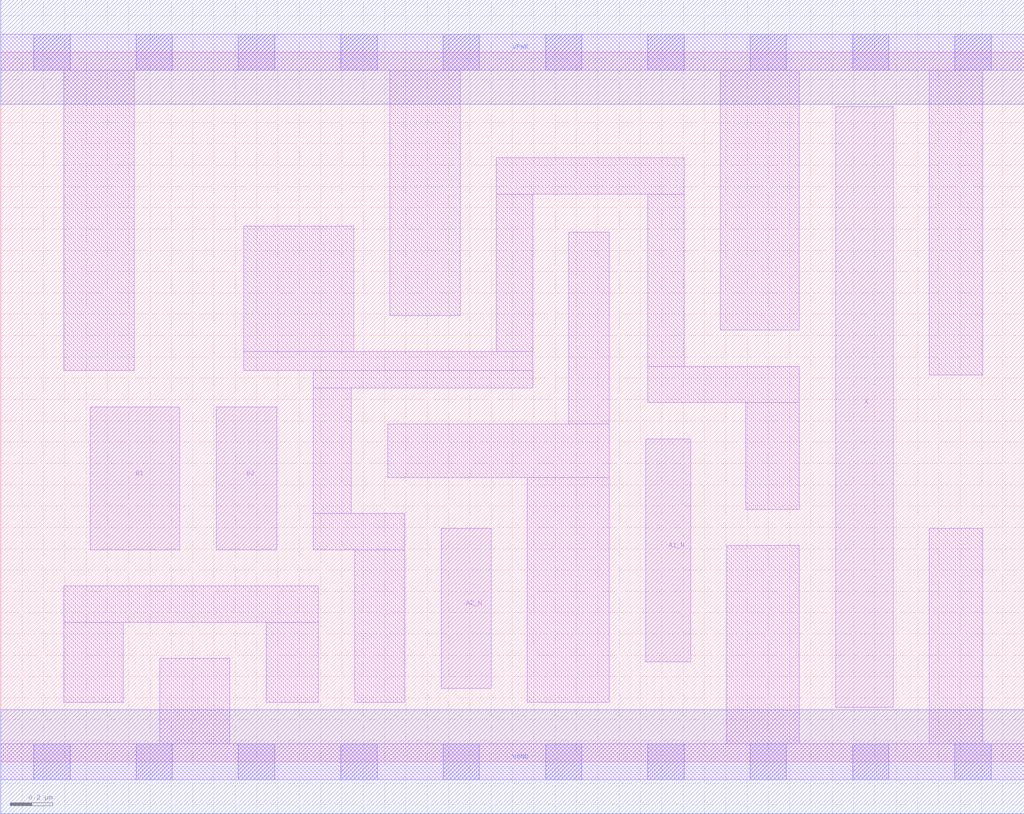
<source format=lef>
# Copyright 2020 The SkyWater PDK Authors
#
# Licensed under the Apache License, Version 2.0 (the "License");
# you may not use this file except in compliance with the License.
# You may obtain a copy of the License at
#
#     https://www.apache.org/licenses/LICENSE-2.0
#
# Unless required by applicable law or agreed to in writing, software
# distributed under the License is distributed on an "AS IS" BASIS,
# WITHOUT WARRANTIES OR CONDITIONS OF ANY KIND, either express or implied.
# See the License for the specific language governing permissions and
# limitations under the License.
#
# SPDX-License-Identifier: Apache-2.0

VERSION 5.7 ;
  NAMESCASESENSITIVE ON ;
  NOWIREEXTENSIONATPIN ON ;
  DIVIDERCHAR "/" ;
  BUSBITCHARS "[]" ;
UNITS
  DATABASE MICRONS 200 ;
END UNITS
MACRO sky130_fd_sc_lp__o2bb2a_2
  CLASS CORE ;
  SOURCE USER ;
  FOREIGN sky130_fd_sc_lp__o2bb2a_2 ;
  ORIGIN  0.000000  0.000000 ;
  SIZE  4.800000 BY  3.330000 ;
  SYMMETRY X Y R90 ;
  SITE unit ;
  PIN A1_N
    ANTENNAGATEAREA  0.159000 ;
    DIRECTION INPUT ;
    USE SIGNAL ;
    PORT
      LAYER li1 ;
        RECT 3.025000 0.470000 3.235000 1.515000 ;
    END
  END A1_N
  PIN A2_N
    ANTENNAGATEAREA  0.159000 ;
    DIRECTION INPUT ;
    USE SIGNAL ;
    PORT
      LAYER li1 ;
        RECT 2.065000 0.345000 2.300000 1.095000 ;
    END
  END A2_N
  PIN B1
    ANTENNAGATEAREA  0.159000 ;
    DIRECTION INPUT ;
    USE SIGNAL ;
    PORT
      LAYER li1 ;
        RECT 0.420000 0.995000 0.840000 1.665000 ;
    END
  END B1
  PIN B2
    ANTENNAGATEAREA  0.159000 ;
    DIRECTION INPUT ;
    USE SIGNAL ;
    PORT
      LAYER li1 ;
        RECT 1.010000 0.995000 1.295000 1.665000 ;
    END
  END B2
  PIN X
    ANTENNADIFFAREA  0.588000 ;
    DIRECTION OUTPUT ;
    USE SIGNAL ;
    PORT
      LAYER li1 ;
        RECT 3.915000 0.255000 4.185000 3.075000 ;
    END
  END X
  PIN VGND
    DIRECTION INOUT ;
    USE GROUND ;
    PORT
      LAYER met1 ;
        RECT 0.000000 -0.245000 4.800000 0.245000 ;
    END
  END VGND
  PIN VPWR
    DIRECTION INOUT ;
    USE POWER ;
    PORT
      LAYER met1 ;
        RECT 0.000000 3.085000 4.800000 3.575000 ;
    END
  END VPWR
  OBS
    LAYER li1 ;
      RECT 0.000000 -0.085000 4.800000 0.085000 ;
      RECT 0.000000  3.245000 4.800000 3.415000 ;
      RECT 0.295000  0.280000 0.575000 0.655000 ;
      RECT 0.295000  0.655000 1.490000 0.825000 ;
      RECT 0.295000  1.835000 0.625000 3.245000 ;
      RECT 0.745000  0.085000 1.075000 0.485000 ;
      RECT 1.140000  1.835000 2.495000 1.925000 ;
      RECT 1.140000  1.925000 1.655000 2.515000 ;
      RECT 1.245000  0.280000 1.490000 0.655000 ;
      RECT 1.465000  0.995000 1.895000 1.165000 ;
      RECT 1.465000  1.165000 1.645000 1.755000 ;
      RECT 1.465000  1.755000 2.495000 1.835000 ;
      RECT 1.660000  0.280000 1.895000 0.995000 ;
      RECT 1.815000  1.335000 2.855000 1.585000 ;
      RECT 1.825000  2.095000 2.155000 3.245000 ;
      RECT 2.325000  1.925000 2.495000 2.665000 ;
      RECT 2.325000  2.665000 3.205000 2.835000 ;
      RECT 2.470000  0.280000 2.855000 1.335000 ;
      RECT 2.665000  1.585000 2.855000 2.485000 ;
      RECT 3.035000  1.685000 3.745000 1.855000 ;
      RECT 3.035000  1.855000 3.205000 2.665000 ;
      RECT 3.375000  2.025000 3.745000 3.245000 ;
      RECT 3.405000  0.085000 3.745000 1.015000 ;
      RECT 3.495000  1.185000 3.745000 1.685000 ;
      RECT 4.355000  0.085000 4.605000 1.095000 ;
      RECT 4.355000  1.815000 4.605000 3.245000 ;
    LAYER mcon ;
      RECT 0.155000 -0.085000 0.325000 0.085000 ;
      RECT 0.155000  3.245000 0.325000 3.415000 ;
      RECT 0.635000 -0.085000 0.805000 0.085000 ;
      RECT 0.635000  3.245000 0.805000 3.415000 ;
      RECT 1.115000 -0.085000 1.285000 0.085000 ;
      RECT 1.115000  3.245000 1.285000 3.415000 ;
      RECT 1.595000 -0.085000 1.765000 0.085000 ;
      RECT 1.595000  3.245000 1.765000 3.415000 ;
      RECT 2.075000 -0.085000 2.245000 0.085000 ;
      RECT 2.075000  3.245000 2.245000 3.415000 ;
      RECT 2.555000 -0.085000 2.725000 0.085000 ;
      RECT 2.555000  3.245000 2.725000 3.415000 ;
      RECT 3.035000 -0.085000 3.205000 0.085000 ;
      RECT 3.035000  3.245000 3.205000 3.415000 ;
      RECT 3.515000 -0.085000 3.685000 0.085000 ;
      RECT 3.515000  3.245000 3.685000 3.415000 ;
      RECT 3.995000 -0.085000 4.165000 0.085000 ;
      RECT 3.995000  3.245000 4.165000 3.415000 ;
      RECT 4.475000 -0.085000 4.645000 0.085000 ;
      RECT 4.475000  3.245000 4.645000 3.415000 ;
  END
END sky130_fd_sc_lp__o2bb2a_2

</source>
